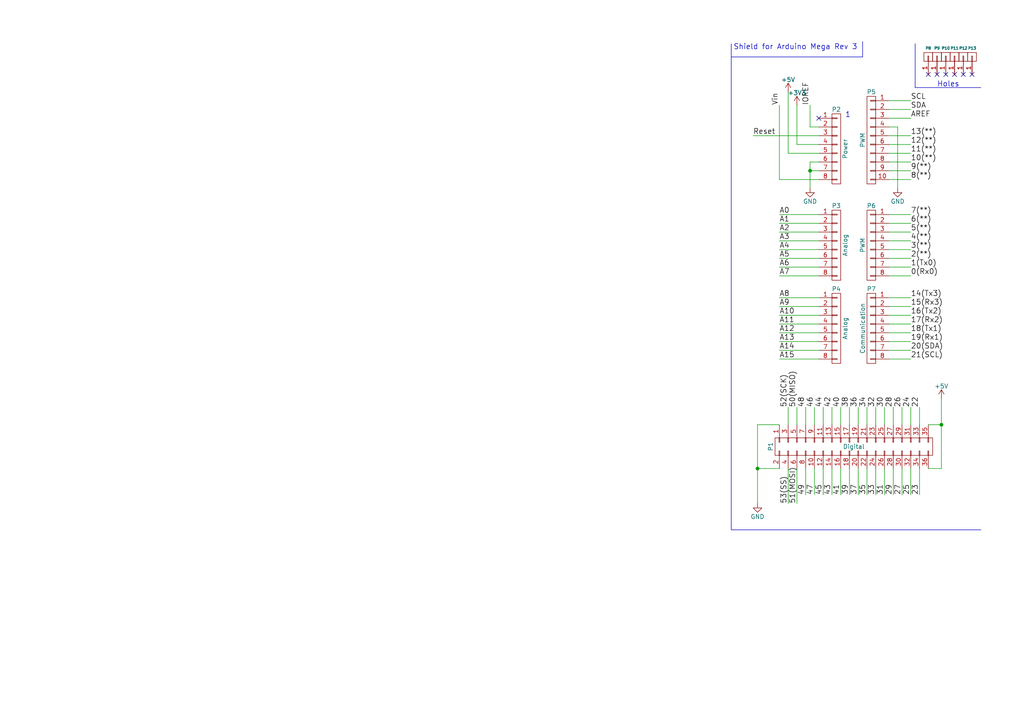
<source format=kicad_sch>
(kicad_sch (version 20230121) (generator eeschema)
  (paper "A4")
  (title_block (date "mar. 31 mars 2015"))
  (lib_symbols
    (symbol "Arduino_Mega-rescue:+3.3V" (power) (pin_names (offset 0))
      (property "Value" "+3.3V" (at 0 3.556 0))
      (symbol "+3.3V_0_1"
        (polyline (pts (xy -0.762 1.27) (xy 0 2.54)))
        (polyline (pts (xy 0 0) (xy 0 2.54)))
        (polyline (pts (xy 0 2.54) (xy 0.762 1.27)))
      )
      (symbol "+3.3V_1_1"
        (pin power_in line (at 0 0 90) (length 0) hide (name "+3V3") (number "1"))
      )
    )
    (symbol "Arduino_Mega-rescue:+5V" (power) (pin_names (offset 0))
      (property "Value" "+5V" (at 0 3.556 0))
      (symbol "+5V_0_1"
        (polyline (pts (xy -0.762 1.27) (xy 0 2.54)))
        (polyline (pts (xy 0 0) (xy 0 2.54)))
        (polyline (pts (xy 0 2.54) (xy 0.762 1.27)))
      )
      (symbol "+5V_1_1"
        (pin power_in line (at 0 0 90) (length 0) hide (name "+5V") (number "1"))
      )
    )
    (symbol "Arduino_Mega-rescue:CONN_01X01" (pin_names (offset 1.016) hide)
      (property "Reference" "P" (at 0 2.54 0))
      (property "Value" "CONN_01X01" (at 2.54 0 90))
      (symbol "CONN_01X01_0_1"
        (rectangle (start -1.27 0.127) (end 0.254 -0.127))
        (rectangle (start -1.27 1.27) (end 1.27 -1.27))
      )
      (symbol "CONN_01X01_1_1"
        (pin passive line (at -5.08 0 0) (length 3.81) (name "P1") (number "1"))
      )
    )
    (symbol "Arduino_Mega-rescue:CONN_01X08" (pin_names (offset 1.016) hide)
      (property "Reference" "P" (at 0 11.43 0))
      (property "Value" "CONN_01X08" (at 2.54 0 90))
      (symbol "CONN_01X08_0_1"
        (rectangle (start -1.27 -10.16) (end 1.27 10.16))
        (rectangle (start -1.27 -8.763) (end 0.254 -9.017))
        (rectangle (start -1.27 -6.223) (end 0.254 -6.477))
        (rectangle (start -1.27 -3.683) (end 0.254 -3.937))
        (rectangle (start -1.27 -1.143) (end 0.254 -1.397))
        (rectangle (start -1.27 1.397) (end 0.254 1.143))
        (rectangle (start -1.27 3.937) (end 0.254 3.683))
        (rectangle (start -1.27 6.477) (end 0.254 6.223))
        (rectangle (start -1.27 9.017) (end 0.254 8.763))
      )
      (symbol "CONN_01X08_1_1"
        (pin passive line (at -5.08 8.89 0) (length 3.81) (name "P1") (number "1"))
        (pin passive line (at -5.08 6.35 0) (length 3.81) (name "P2") (number "2"))
        (pin passive line (at -5.08 3.81 0) (length 3.81) (name "P3") (number "3"))
        (pin passive line (at -5.08 1.27 0) (length 3.81) (name "P4") (number "4"))
        (pin passive line (at -5.08 -1.27 0) (length 3.81) (name "P5") (number "5"))
        (pin passive line (at -5.08 -3.81 0) (length 3.81) (name "P6") (number "6"))
        (pin passive line (at -5.08 -6.35 0) (length 3.81) (name "P7") (number "7"))
        (pin passive line (at -5.08 -8.89 0) (length 3.81) (name "P8") (number "8"))
      )
    )
    (symbol "Arduino_Mega-rescue:CONN_01X10" (pin_names (offset 1.016) hide)
      (property "Reference" "P" (at 0 13.97 0))
      (property "Value" "CONN_01X10" (at 2.54 0 90))
      (symbol "CONN_01X10_0_1"
        (rectangle (start -1.27 -11.303) (end 0.254 -11.557))
        (rectangle (start -1.27 -8.763) (end 0.254 -9.017))
        (rectangle (start -1.27 -6.223) (end 0.254 -6.477))
        (rectangle (start -1.27 -3.683) (end 0.254 -3.937))
        (rectangle (start -1.27 -1.143) (end 0.254 -1.397))
        (rectangle (start -1.27 1.397) (end 0.254 1.143))
        (rectangle (start -1.27 3.937) (end 0.254 3.683))
        (rectangle (start -1.27 6.477) (end 0.254 6.223))
        (rectangle (start -1.27 9.017) (end 0.254 8.763))
        (rectangle (start -1.27 11.557) (end 0.254 11.303))
        (rectangle (start -1.27 12.7) (end 1.27 -12.7))
      )
      (symbol "CONN_01X10_1_1"
        (pin passive line (at -5.08 11.43 0) (length 3.81) (name "P1") (number "1"))
        (pin passive line (at -5.08 -11.43 0) (length 3.81) (name "P10") (number "10"))
        (pin passive line (at -5.08 8.89 0) (length 3.81) (name "P2") (number "2"))
        (pin passive line (at -5.08 6.35 0) (length 3.81) (name "P3") (number "3"))
        (pin passive line (at -5.08 3.81 0) (length 3.81) (name "P4") (number "4"))
        (pin passive line (at -5.08 1.27 0) (length 3.81) (name "P5") (number "5"))
        (pin passive line (at -5.08 -1.27 0) (length 3.81) (name "P6") (number "6"))
        (pin passive line (at -5.08 -3.81 0) (length 3.81) (name "P7") (number "7"))
        (pin passive line (at -5.08 -6.35 0) (length 3.81) (name "P8") (number "8"))
        (pin passive line (at -5.08 -8.89 0) (length 3.81) (name "P9") (number "9"))
      )
    )
    (symbol "Arduino_Mega-rescue:CONN_02X18" (pin_names (offset 0.0254) hide)
      (property "Reference" "P" (at 0 24.13 0))
      (property "Value" "CONN_02X18" (at 0 0 90))
      (symbol "CONN_02X18_0_1"
        (rectangle (start -2.54 -21.463) (end -1.27 -21.717))
        (rectangle (start -2.54 -18.923) (end -1.27 -19.177))
        (rectangle (start -2.54 -16.383) (end -1.27 -16.637))
        (rectangle (start -2.54 -13.843) (end -1.27 -14.097))
        (rectangle (start -2.54 -11.303) (end -1.27 -11.557))
        (rectangle (start -2.54 -8.763) (end -1.27 -9.017))
        (rectangle (start -2.54 -6.223) (end -1.27 -6.477))
        (rectangle (start -2.54 -3.683) (end -1.27 -3.937))
        (rectangle (start -2.54 -1.143) (end -1.27 -1.397))
        (rectangle (start -2.54 1.397) (end -1.27 1.143))
        (rectangle (start -2.54 3.937) (end -1.27 3.683))
        (rectangle (start -2.54 6.477) (end -1.27 6.223))
        (rectangle (start -2.54 9.017) (end -1.27 8.763))
        (rectangle (start -2.54 11.557) (end -1.27 11.303))
        (rectangle (start -2.54 14.097) (end -1.27 13.843))
        (rectangle (start -2.54 16.637) (end -1.27 16.383))
        (rectangle (start -2.54 19.177) (end -1.27 18.923))
        (rectangle (start -2.54 21.717) (end -1.27 21.463))
        (rectangle (start -2.54 22.86) (end 2.54 -22.86))
        (rectangle (start 1.27 -21.463) (end 2.54 -21.717))
        (rectangle (start 1.27 -18.923) (end 2.54 -19.177))
        (rectangle (start 1.27 -16.383) (end 2.54 -16.637))
        (rectangle (start 1.27 -13.843) (end 2.54 -14.097))
        (rectangle (start 1.27 -11.303) (end 2.54 -11.557))
        (rectangle (start 1.27 -8.763) (end 2.54 -9.017))
        (rectangle (start 1.27 -6.223) (end 2.54 -6.477))
        (rectangle (start 1.27 -3.683) (end 2.54 -3.937))
        (rectangle (start 1.27 -1.143) (end 2.54 -1.397))
        (rectangle (start 1.27 1.397) (end 2.54 1.143))
        (rectangle (start 1.27 3.937) (end 2.54 3.683))
        (rectangle (start 1.27 6.477) (end 2.54 6.223))
        (rectangle (start 1.27 9.017) (end 2.54 8.763))
        (rectangle (start 1.27 11.557) (end 2.54 11.303))
        (rectangle (start 1.27 14.097) (end 2.54 13.843))
        (rectangle (start 1.27 16.637) (end 2.54 16.383))
        (rectangle (start 1.27 19.177) (end 2.54 18.923))
        (rectangle (start 1.27 21.717) (end 2.54 21.463))
      )
      (symbol "CONN_02X18_1_1"
        (pin passive line (at -6.35 21.59 0) (length 3.81) (name "P1") (number "1"))
        (pin passive line (at 6.35 11.43 180) (length 3.81) (name "P10") (number "10"))
        (pin passive line (at -6.35 8.89 0) (length 3.81) (name "P11") (number "11"))
        (pin passive line (at 6.35 8.89 180) (length 3.81) (name "P12") (number "12"))
        (pin passive line (at -6.35 6.35 0) (length 3.81) (name "P13") (number "13"))
        (pin passive line (at 6.35 6.35 180) (length 3.81) (name "P14") (number "14"))
        (pin passive line (at -6.35 3.81 0) (length 3.81) (name "P15") (number "15"))
        (pin passive line (at 6.35 3.81 180) (length 3.81) (name "P16") (number "16"))
        (pin passive line (at -6.35 1.27 0) (length 3.81) (name "P17") (number "17"))
        (pin passive line (at 6.35 1.27 180) (length 3.81) (name "P18") (number "18"))
        (pin passive line (at -6.35 -1.27 0) (length 3.81) (name "P19") (number "19"))
        (pin passive line (at 6.35 21.59 180) (length 3.81) (name "P2") (number "2"))
        (pin passive line (at 6.35 -1.27 180) (length 3.81) (name "P20") (number "20"))
        (pin passive line (at -6.35 -3.81 0) (length 3.81) (name "P21") (number "21"))
        (pin passive line (at 6.35 -3.81 180) (length 3.81) (name "P22") (number "22"))
        (pin passive line (at -6.35 -6.35 0) (length 3.81) (name "P23") (number "23"))
        (pin passive line (at 6.35 -6.35 180) (length 3.81) (name "P24") (number "24"))
        (pin passive line (at -6.35 -8.89 0) (length 3.81) (name "P25") (number "25"))
        (pin passive line (at 6.35 -8.89 180) (length 3.81) (name "P26") (number "26"))
        (pin passive line (at -6.35 -11.43 0) (length 3.81) (name "P27") (number "27"))
        (pin passive line (at 6.35 -11.43 180) (length 3.81) (name "P28") (number "28"))
        (pin passive line (at -6.35 -13.97 0) (length 3.81) (name "P29") (number "29"))
        (pin passive line (at -6.35 19.05 0) (length 3.81) (name "P3") (number "3"))
        (pin passive line (at 6.35 -13.97 180) (length 3.81) (name "P30") (number "30"))
        (pin passive line (at -6.35 -16.51 0) (length 3.81) (name "P31") (number "31"))
        (pin passive line (at 6.35 -16.51 180) (length 3.81) (name "P32") (number "32"))
        (pin passive line (at -6.35 -19.05 0) (length 3.81) (name "P33") (number "33"))
        (pin passive line (at 6.35 -19.05 180) (length 3.81) (name "P34") (number "34"))
        (pin passive line (at -6.35 -21.59 0) (length 3.81) (name "P35") (number "35"))
        (pin passive line (at 6.35 -21.59 180) (length 3.81) (name "P36") (number "36"))
        (pin passive line (at 6.35 19.05 180) (length 3.81) (name "P4") (number "4"))
        (pin passive line (at -6.35 16.51 0) (length 3.81) (name "P5") (number "5"))
        (pin passive line (at 6.35 16.51 180) (length 3.81) (name "P6") (number "6"))
        (pin passive line (at -6.35 13.97 0) (length 3.81) (name "P7") (number "7"))
        (pin passive line (at 6.35 13.97 180) (length 3.81) (name "P8") (number "8"))
        (pin passive line (at -6.35 11.43 0) (length 3.81) (name "P9") (number "9"))
      )
    )
    (symbol "Arduino_Mega-rescue:GND" (power) (pin_names (offset 0))
      (property "Value" "GND" (at 0 -3.81 0))
      (symbol "GND_0_1"
        (polyline (pts (xy 0 0) (xy 0 -1.27) (xy 1.27 -1.27) (xy 0 -2.54) (xy -1.27 -1.27) (xy 0 -1.27)))
      )
      (symbol "GND_1_1"
        (pin power_in line (at 0 0 270) (length 0) hide (name "GND") (number "1"))
      )
    )
  )
  (junction (at 234.95 49.53))
  (junction (at 219.71 135.89))
  (junction (at 273.05 123.19))
  (no_connect (at 276.86 21.59))
  (no_connect (at 279.4 21.59))
  (no_connect (at 274.32 21.59))
  (no_connect (at 281.94 21.59))
  (no_connect (at 269.24 21.59))
  (no_connect (at 271.78 21.59))
  (no_connect (at 237.49 34.29))
  (wire (pts (xy 273.05 123.19) (xy 269.24 123.19)))
  (wire (pts (xy 257.81 99.06) (xy 264.16 99.06)))
  (wire (pts (xy 257.81 34.29) (xy 264.16 34.29)))
  (polyline (pts (xy 284.48 25.4) (xy 265.43 25.4)))
  (wire (pts (xy 226.06 135.89) (xy 219.71 135.89)))
  (polyline (pts (xy 212.09 16.51) (xy 250.19 16.51)))
  (wire (pts (xy 219.71 135.89) (xy 219.71 146.05)))
  (wire (pts (xy 231.14 41.91) (xy 237.49 41.91)))
  (wire (pts (xy 264.16 62.23) (xy 257.81 62.23)))
  (polyline (pts (xy 250.19 16.51) (xy 250.19 12.065)))
  (wire (pts (xy 238.76 123.19) (xy 238.76 118.11)))
  (wire (pts (xy 226.06 88.9) (xy 237.49 88.9)))
  (wire (pts (xy 237.49 52.07) (xy 226.06 52.07)))
  (wire (pts (xy 218.44 39.37) (xy 237.49 39.37)))
  (wire (pts (xy 234.95 36.83) (xy 234.95 30.48)))
  (wire (pts (xy 237.49 46.99) (xy 234.95 46.99)))
  (wire (pts (xy 251.46 135.89) (xy 251.46 143.51)))
  (wire (pts (xy 226.06 74.93) (xy 237.49 74.93)))
  (wire (pts (xy 233.68 135.89) (xy 233.68 143.51)))
  (polyline (pts (xy 284.48 153.67) (xy 212.09 153.67)))
  (wire (pts (xy 266.7 123.19) (xy 266.7 118.11)))
  (wire (pts (xy 226.06 52.07) (xy 226.06 30.48)))
  (wire (pts (xy 243.84 135.89) (xy 243.84 143.51)))
  (wire (pts (xy 226.06 104.14) (xy 237.49 104.14)))
  (wire (pts (xy 261.62 123.19) (xy 261.62 118.11)))
  (wire (pts (xy 237.49 49.53) (xy 234.95 49.53)))
  (wire (pts (xy 264.16 31.75) (xy 257.81 31.75)))
  (wire (pts (xy 237.49 77.47) (xy 226.06 77.47)))
  (wire (pts (xy 237.49 86.36) (xy 226.06 86.36)))
  (wire (pts (xy 226.06 123.19) (xy 219.71 123.19)))
  (wire (pts (xy 264.16 91.44) (xy 257.81 91.44)))
  (wire (pts (xy 228.6 135.89) (xy 228.6 146.05)))
  (wire (pts (xy 264.16 135.89) (xy 264.16 143.51)))
  (wire (pts (xy 257.81 74.93) (xy 264.16 74.93)))
  (wire (pts (xy 233.68 123.19) (xy 233.68 118.11)))
  (wire (pts (xy 254 135.89) (xy 254 143.51)))
  (wire (pts (xy 257.81 44.45) (xy 264.16 44.45)))
  (wire (pts (xy 237.49 96.52) (xy 226.06 96.52)))
  (wire (pts (xy 237.49 67.31) (xy 226.06 67.31)))
  (wire (pts (xy 226.06 80.01) (xy 237.49 80.01)))
  (wire (pts (xy 243.84 123.19) (xy 243.84 118.11)))
  (wire (pts (xy 237.49 91.44) (xy 226.06 91.44)))
  (wire (pts (xy 257.81 88.9) (xy 264.16 88.9)))
  (wire (pts (xy 228.6 26.67) (xy 228.6 44.45)))
  (wire (pts (xy 257.81 104.14) (xy 264.16 104.14)))
  (wire (pts (xy 234.95 46.99) (xy 234.95 49.53)))
  (wire (pts (xy 257.81 29.21) (xy 264.16 29.21)))
  (wire (pts (xy 264.16 101.6) (xy 257.81 101.6)))
  (wire (pts (xy 231.14 123.19) (xy 231.14 118.11)))
  (wire (pts (xy 237.49 36.83) (xy 234.95 36.83)))
  (wire (pts (xy 231.14 30.48) (xy 231.14 41.91)))
  (wire (pts (xy 264.16 123.19) (xy 264.16 118.11)))
  (wire (pts (xy 266.7 135.89) (xy 266.7 143.51)))
  (wire (pts (xy 264.16 86.36) (xy 257.81 86.36)))
  (wire (pts (xy 241.3 123.19) (xy 241.3 118.11)))
  (wire (pts (xy 260.35 36.83) (xy 257.81 36.83)))
  (wire (pts (xy 246.38 135.89) (xy 246.38 143.51)))
  (wire (pts (xy 228.6 44.45) (xy 237.49 44.45)))
  (wire (pts (xy 264.16 77.47) (xy 257.81 77.47)))
  (wire (pts (xy 261.62 135.89) (xy 261.62 143.51)))
  (polyline (pts (xy 265.43 25.4) (xy 265.43 12.7)))
  (wire (pts (xy 257.81 80.01) (xy 264.16 80.01)))
  (wire (pts (xy 264.16 41.91) (xy 257.81 41.91)))
  (wire (pts (xy 248.92 123.19) (xy 248.92 118.11)))
  (wire (pts (xy 260.35 54.61) (xy 260.35 36.83)))
  (wire (pts (xy 234.95 49.53) (xy 234.95 54.61)))
  (wire (pts (xy 257.81 93.98) (xy 264.16 93.98)))
  (wire (pts (xy 257.81 69.85) (xy 264.16 69.85)))
  (wire (pts (xy 264.16 72.39) (xy 257.81 72.39)))
  (wire (pts (xy 257.81 52.07) (xy 264.16 52.07)))
  (wire (pts (xy 226.06 99.06) (xy 237.49 99.06)))
  (wire (pts (xy 237.49 62.23) (xy 226.06 62.23)))
  (wire (pts (xy 273.05 135.89) (xy 269.24 135.89)))
  (wire (pts (xy 264.16 67.31) (xy 257.81 67.31)))
  (wire (pts (xy 256.54 123.19) (xy 256.54 118.11)))
  (wire (pts (xy 226.06 69.85) (xy 237.49 69.85)))
  (wire (pts (xy 248.92 135.89) (xy 248.92 143.51)))
  (wire (pts (xy 241.3 135.89) (xy 241.3 143.51)))
  (wire (pts (xy 251.46 123.19) (xy 251.46 118.11)))
  (wire (pts (xy 219.71 123.19) (xy 219.71 135.89)))
  (wire (pts (xy 256.54 135.89) (xy 256.54 143.51)))
  (wire (pts (xy 259.08 135.89) (xy 259.08 143.51)))
  (wire (pts (xy 264.16 49.53) (xy 257.81 49.53)))
  (polyline (pts (xy 212.09 153.67) (xy 212.09 12.7)))
  (wire (pts (xy 264.16 96.52) (xy 257.81 96.52)))
  (wire (pts (xy 257.81 39.37) (xy 264.16 39.37)))
  (wire (pts (xy 273.05 115.57) (xy 273.05 123.19)))
  (wire (pts (xy 257.81 64.77) (xy 264.16 64.77)))
  (wire (pts (xy 259.08 123.19) (xy 259.08 118.11)))
  (wire (pts (xy 238.76 135.89) (xy 238.76 143.51)))
  (wire (pts (xy 273.05 123.19) (xy 273.05 135.89)))
  (wire (pts (xy 237.49 72.39) (xy 226.06 72.39)))
  (wire (pts (xy 228.6 123.19) (xy 228.6 118.11)))
  (wire (pts (xy 257.81 46.99) (xy 264.16 46.99)))
  (wire (pts (xy 236.22 123.19) (xy 236.22 118.11)))
  (wire (pts (xy 226.06 93.98) (xy 237.49 93.98)))
  (wire (pts (xy 246.38 123.19) (xy 246.38 118.11)))
  (wire (pts (xy 254 123.19) (xy 254 118.11)))
  (wire (pts (xy 231.14 135.89) (xy 231.14 146.05)))
  (wire (pts (xy 237.49 101.6) (xy 226.06 101.6)))
  (wire (pts (xy 226.06 64.77) (xy 237.49 64.77)))
  (wire (pts (xy 236.22 135.89) (xy 236.22 143.51)))
  (text "1" (at 245.11 34.29 0) (effects (font (size 1.524 1.524)) (justify left bottom)))
  (text "Shield for Arduino Mega Rev 3" (at 212.725 14.605 0) (effects (font (size 1.524 1.524)) (justify left bottom)))
  (text "Holes" (at 271.78 25.4 0) (effects (font (size 1.524 1.524)) (justify left bottom)))
  (label "A4" (at 226.06 72.39 0) (effects (font (size 1.524 1.524))))
  (label "4(**)" (at 264.16 69.85 0) (effects (font (size 1.524 1.524))))
  (label "27" (at 261.62 143.51 90) (effects (font (size 1.524 1.524))))
  (label "19(Rx1)" (at 264.16 99.06 0) (effects (font (size 1.524 1.524))))
  (label "5(**)" (at 264.16 67.31 0) (effects (font (size 1.524 1.524))))
  (label "A12" (at 226.06 96.52 0) (effects (font (size 1.524 1.524))))
  (label "36" (at 248.92 118.11 90) (effects (font (size 1.524 1.524))))
  (label "37" (at 248.92 143.51 90) (effects (font (size 1.524 1.524))))
  (label "28" (at 259.08 118.11 90) (effects (font (size 1.524 1.524))))
  (label "29" (at 259.08 143.51 90) (effects (font (size 1.524 1.524))))
  (label "A3" (at 226.06 69.85 0) (effects (font (size 1.524 1.524))))
  (label "49" (at 233.68 143.51 90) (effects (font (size 1.524 1.524))))
  (label "A0" (at 226.06 62.23 0) (effects (font (size 1.524 1.524))))
  (label "A7" (at 226.06 80.01 0) (effects (font (size 1.524 1.524))))
  (label "30" (at 256.54 118.11 90) (effects (font (size 1.524 1.524))))
  (label "44" (at 238.76 118.11 90) (effects (font (size 1.524 1.524))))
  (label "A1" (at 226.06 64.77 0) (effects (font (size 1.524 1.524))))
  (label "45" (at 238.76 143.51 90) (effects (font (size 1.524 1.524))))
  (label "20(SDA)" (at 264.16 101.6 0) (effects (font (size 1.524 1.524))))
  (label "23" (at 266.7 143.51 90) (effects (font (size 1.524 1.524))))
  (label "10(**)" (at 264.16 46.99 0) (effects (font (size 1.524 1.524))))
  (label "25" (at 264.16 143.51 90) (effects (font (size 1.524 1.524))))
  (label "1(Tx0)" (at 264.16 77.47 0) (effects (font (size 1.524 1.524))))
  (label "12(**)" (at 264.16 41.91 0) (effects (font (size 1.524 1.524))))
  (label "8(**)" (at 264.16 52.07 0) (effects (font (size 1.524 1.524))))
  (label "17(Rx2)" (at 264.16 93.98 0) (effects (font (size 1.524 1.524))))
  (label "A5" (at 226.06 74.93 0) (effects (font (size 1.524 1.524))))
  (label "A9" (at 226.06 88.9 0) (effects (font (size 1.524 1.524))))
  (label "0(Rx0)" (at 264.16 80.01 0) (effects (font (size 1.524 1.524))))
  (label "A2" (at 226.06 67.31 0) (effects (font (size 1.524 1.524))))
  (label "42" (at 241.3 118.11 90) (effects (font (size 1.524 1.524))))
  (label "A11" (at 226.06 93.98 0) (effects (font (size 1.524 1.524))))
  (label "39" (at 246.38 143.51 90) (effects (font (size 1.524 1.524))))
  (label "33" (at 254 143.51 90) (effects (font (size 1.524 1.524))))
  (label "A15" (at 226.06 104.14 0) (effects (font (size 1.524 1.524))))
  (label "43" (at 241.3 143.51 90) (effects (font (size 1.524 1.524))))
  (label "SCL" (at 264.16 29.21 0) (effects (font (size 1.524 1.524))))
  (label "15(Rx3)" (at 264.16 88.9 0) (effects (font (size 1.524 1.524))))
  (label "Reset" (at 218.44 39.37 0) (effects (font (size 1.524 1.524))))
  (label "24" (at 264.16 118.11 90) (effects (font (size 1.524 1.524))))
  (label "A10" (at 226.06 91.44 0) (effects (font (size 1.524 1.524))))
  (label "AREF" (at 264.16 34.29 0) (effects (font (size 1.524 1.524))))
  (label "9(**)" (at 264.16 49.53 0) (effects (font (size 1.524 1.524))))
  (label "32" (at 254 118.11 90) (effects (font (size 1.524 1.524))))
  (label "47" (at 236.22 143.51 90) (effects (font (size 1.524 1.524))))
  (label "48" (at 233.68 118.11 90) (effects (font (size 1.524 1.524))))
  (label "51(MOSI)" (at 231.14 146.05 90) (effects (font (size 1.524 1.524))))
  (label "7(**)" (at 264.16 62.23 0) (effects (font (size 1.524 1.524))))
  (label "40" (at 243.84 118.11 90) (effects (font (size 1.524 1.524))))
  (label "IOREF" (at 234.95 30.48 90) (effects (font (size 1.524 1.524))))
  (label "6(**)" (at 264.16 64.77 0) (effects (font (size 1.524 1.524))))
  (label "16(Tx2)" (at 264.16 91.44 0) (effects (font (size 1.524 1.524))))
  (label "A8" (at 226.06 86.36 0) (effects (font (size 1.524 1.524))))
  (label "41" (at 243.84 143.51 90) (effects (font (size 1.524 1.524))))
  (label "53(SS)" (at 228.6 146.05 90) (effects (font (size 1.524 1.524))))
  (label "Vin" (at 226.06 30.48 90) (effects (font (size 1.524 1.524))))
  (label "46" (at 236.22 118.11 90) (effects (font (size 1.524 1.524))))
  (label "3(**)" (at 264.16 72.39 0) (effects (font (size 1.524 1.524))))
  (label "35" (at 251.46 143.51 90) (effects (font (size 1.524 1.524))))
  (label "22" (at 266.7 118.11 90) (effects (font (size 1.524 1.524))))
  (label "50(MISO)" (at 231.14 118.11 90) (effects (font (size 1.524 1.524))))
  (label "A14" (at 226.06 101.6 0) (effects (font (size 1.524 1.524))))
  (label "A6" (at 226.06 77.47 0) (effects (font (size 1.524 1.524))))
  (label "52(SCK)" (at 228.6 118.11 90) (effects (font (size 1.524 1.524))))
  (label "21(SCL)" (at 264.16 104.14 0) (effects (font (size 1.524 1.524))))
  (label "11(**)" (at 264.16 44.45 0) (effects (font (size 1.524 1.524))))
  (label "13(**)" (at 264.16 39.37 0) (effects (font (size 1.524 1.524))))
  (label "14(Tx3)" (at 264.16 86.36 0) (effects (font (size 1.524 1.524))))
  (label "2(**)" (at 264.16 74.93 0) (effects (font (size 1.524 1.524))))
  (label "31" (at 256.54 143.51 90) (effects (font (size 1.524 1.524))))
  (label "26" (at 261.62 118.11 90) (effects (font (size 1.524 1.524))))
  (label "A13" (at 226.06 99.06 0) (effects (font (size 1.524 1.524))))
  (label "38" (at 246.38 118.11 90) (effects (font (size 1.524 1.524))))
  (label "34" (at 251.46 118.11 90) (effects (font (size 1.524 1.524))))
  (label "18(Tx1)" (at 264.16 96.52 0) (effects (font (size 1.524 1.524))))
  (label "SDA" (at 264.16 31.75 0) (effects (font (size 1.524 1.524))))
  (symbol (lib_id "Arduino_Mega-rescue:CONN_01X01") (at 269.24 16.51 90) (unit 1)
    (property "Reference" "P8" (at 269.24 13.97 90) (effects (font (size 0.7874 0.7874))))
    (property "Value" "CONN_01X01" (effects hide))
    (property "Footprint" "Socket_Arduino_Mega:Arduino_1pin" (effects hide))
  )
  (symbol (lib_id "Arduino_Mega-rescue:CONN_01X01") (at 271.78 16.51 90) (unit 1)
    (property "Reference" "P9" (at 271.78 13.97 90) (effects (font (size 0.7874 0.7874))))
    (property "Value" "CONN_01X01" (effects hide))
    (property "Footprint" "Socket_Arduino_Mega:Arduino_1pin" (effects hide))
  )
  (symbol (lib_id "Arduino_Mega-rescue:CONN_01X01") (at 274.32 16.51 90) (unit 1)
    (property "Reference" "P10" (at 274.32 13.97 90) (effects (font (size 0.7874 0.7874))))
    (property "Value" "CONN_01X01" (effects hide))
    (property "Footprint" "Socket_Arduino_Mega:Arduino_1pin" (effects hide))
  )
  (symbol (lib_id "Arduino_Mega-rescue:CONN_01X01") (at 276.86 16.51 90) (unit 1)
    (property "Reference" "P11" (at 276.86 13.97 90) (effects (font (size 0.7874 0.7874))))
    (property "Value" "CONN_01X01" (effects hide))
    (property "Footprint" "Socket_Arduino_Mega:Arduino_1pin" (effects hide))
  )
  (symbol (lib_id "Arduino_Mega-rescue:CONN_01X01") (at 279.4 16.51 90) (unit 1)
    (property "Reference" "P12" (at 279.4 13.97 90) (effects (font (size 0.7874 0.7874))))
    (property "Value" "CONN_01X01" (effects hide))
    (property "Footprint" "Socket_Arduino_Mega:Arduino_1pin" (effects hide))
  )
  (symbol (lib_id "Arduino_Mega-rescue:CONN_01X01") (at 281.94 16.51 90) (unit 1)
    (property "Reference" "P13" (at 281.94 13.97 90) (effects (font (size 0.7874 0.7874))))
    (property "Value" "CONN_01X01" (effects hide))
    (property "Footprint" "Socket_Arduino_Mega:Arduino_1pin" (effects hide))
  )
  (symbol (lib_id "Arduino_Mega-rescue:CONN_01X08") (at 242.57 43.18 0) (unit 1)
    (property "Reference" "P2" (at 242.57 31.75 0))
    (property "Value" "Power" (at 245.11 43.18 90))
    (property "Footprint" "Socket_Arduino_Mega:Socket_Strip_Arduino_1x08" (effects hide))
  )
  (symbol (lib_id "Arduino_Mega-rescue:+3.3V") (at 231.14 30.48 0) (unit 1)
    (property "Reference" "#PWR01" (effects hide))
    (property "Value" "+3.3V" (at 231.14 26.924 0))
  )
  (symbol (lib_id "Arduino_Mega-rescue:+5V") (at 228.6 26.67 0) (unit 1)
    (property "Reference" "#PWR02" (effects hide))
    (property "Value" "+5V" (at 228.6 23.114 0))
  )
  (symbol (lib_id "Arduino_Mega-rescue:GND") (at 234.95 54.61 0) (unit 1)
    (property "Reference" "#PWR03" (effects hide))
    (property "Value" "GND" (at 234.95 58.42 0))
  )
  (symbol (lib_id "Arduino_Mega-rescue:CONN_01X10") (at 252.73 40.64 0) (mirror y) (unit 1)
    (property "Reference" "P5" (at 252.73 26.67 0))
    (property "Value" "PWM" (at 250.19 40.64 90))
    (property "Footprint" "Socket_Arduino_Mega:Socket_Strip_Arduino_1x10" (effects hide))
  )
  (symbol (lib_id "Arduino_Mega-rescue:GND") (at 260.35 54.61 0) (unit 1)
    (property "Reference" "#PWR04" (effects hide))
    (property "Value" "GND" (at 260.35 58.42 0))
  )
  (symbol (lib_id "Arduino_Mega-rescue:CONN_01X08") (at 242.57 71.12 0) (unit 1)
    (property "Reference" "P3" (at 242.57 59.69 0))
    (property "Value" "Analog" (at 245.11 71.12 90))
    (property "Footprint" "Socket_Arduino_Mega:Socket_Strip_Arduino_1x08" (effects hide))
  )
  (symbol (lib_id "Arduino_Mega-rescue:CONN_01X08") (at 252.73 71.12 0) (mirror y) (unit 1)
    (property "Reference" "P6" (at 252.73 59.69 0))
    (property "Value" "PWM" (at 250.19 71.12 90))
    (property "Footprint" "Socket_Arduino_Mega:Socket_Strip_Arduino_1x08" (effects hide))
  )
  (symbol (lib_id "Arduino_Mega-rescue:CONN_01X08") (at 242.57 95.25 0) (unit 1)
    (property "Reference" "P4" (at 242.57 83.82 0))
    (property "Value" "Analog" (at 245.11 95.25 90))
    (property "Footprint" "Socket_Arduino_Mega:Socket_Strip_Arduino_1x08" (effects hide))
  )
  (symbol (lib_id "Arduino_Mega-rescue:CONN_01X08") (at 252.73 95.25 0) (mirror y) (unit 1)
    (property "Reference" "P7" (at 252.73 83.82 0))
    (property "Value" "Communication" (at 250.19 95.25 90))
    (property "Footprint" "Socket_Arduino_Mega:Socket_Strip_Arduino_1x08" (effects hide))
  )
  (symbol (lib_id "Arduino_Mega-rescue:CONN_02X18") (at 247.65 129.54 90) (mirror x) (unit 1)
    (property "Reference" "P1" (at 223.52 129.54 0))
    (property "Value" "Digital" (at 247.65 129.54 90))
    (property "Footprint" "Socket_Arduino_Mega:Socket_Strip_Arduino_2x18" (effects hide))
  )
  (symbol (lib_id "Arduino_Mega-rescue:GND") (at 219.71 146.05 0) (unit 1)
    (property "Reference" "#PWR05" (effects hide))
    (property "Value" "GND" (at 219.71 149.86 0))
  )
  (symbol (lib_id "Arduino_Mega-rescue:+5V") (at 273.05 115.57 0) (unit 1)
    (property "Reference" "#PWR06" (effects hide))
    (property "Value" "+5V" (at 273.05 112.014 0))
  )
)
</source>
